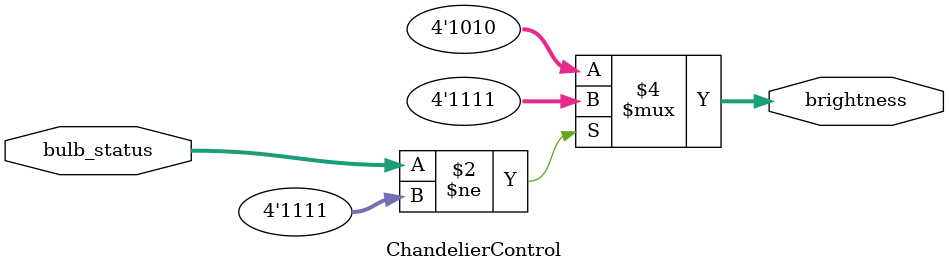
<source format=v>
`timescale 1ns / 1ps

module ChandelierControl (
    input wire [3:0] bulb_status, // 4 bits: 1 if bulb is working, 0 if not
    output reg [3:0] brightness   // Brightness level for each bulb
);

    always @(*) begin
        if (bulb_status != 4'b1111) // If any bulb is faulty
            brightness = 4'b1111;   // Set higher brightness for all working bulbs
        else
            brightness = 4'b1010;   // Default brightness level
    end

endmodule

</source>
